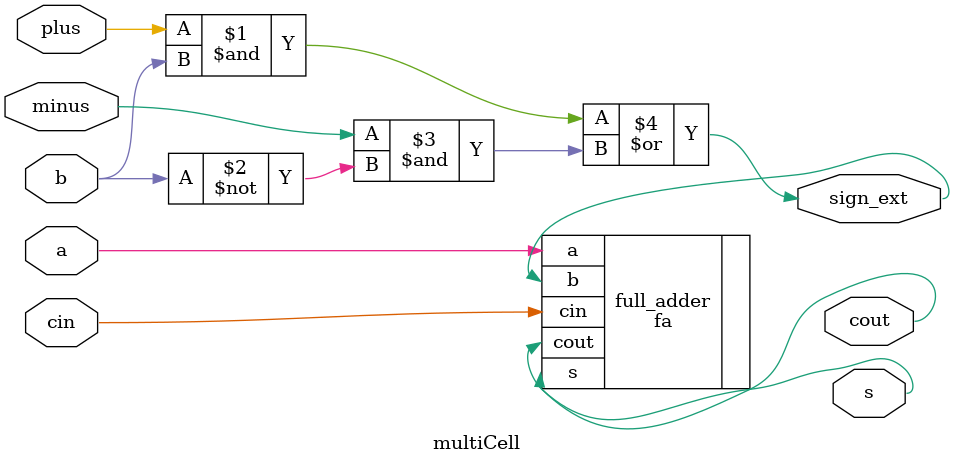
<source format=sv>
module multiCell
(
	input plus,minus,
	input a,b,cin,
	output logic s,cout,sign_ext
);
	assign sign_ext = plus&b | minus&~b;
	fa full_adder(
		.a(a),
		.b(sign_ext),
		.cin(cin),
		.s(s),
		.cout(cout)
	);
endmodule

</source>
